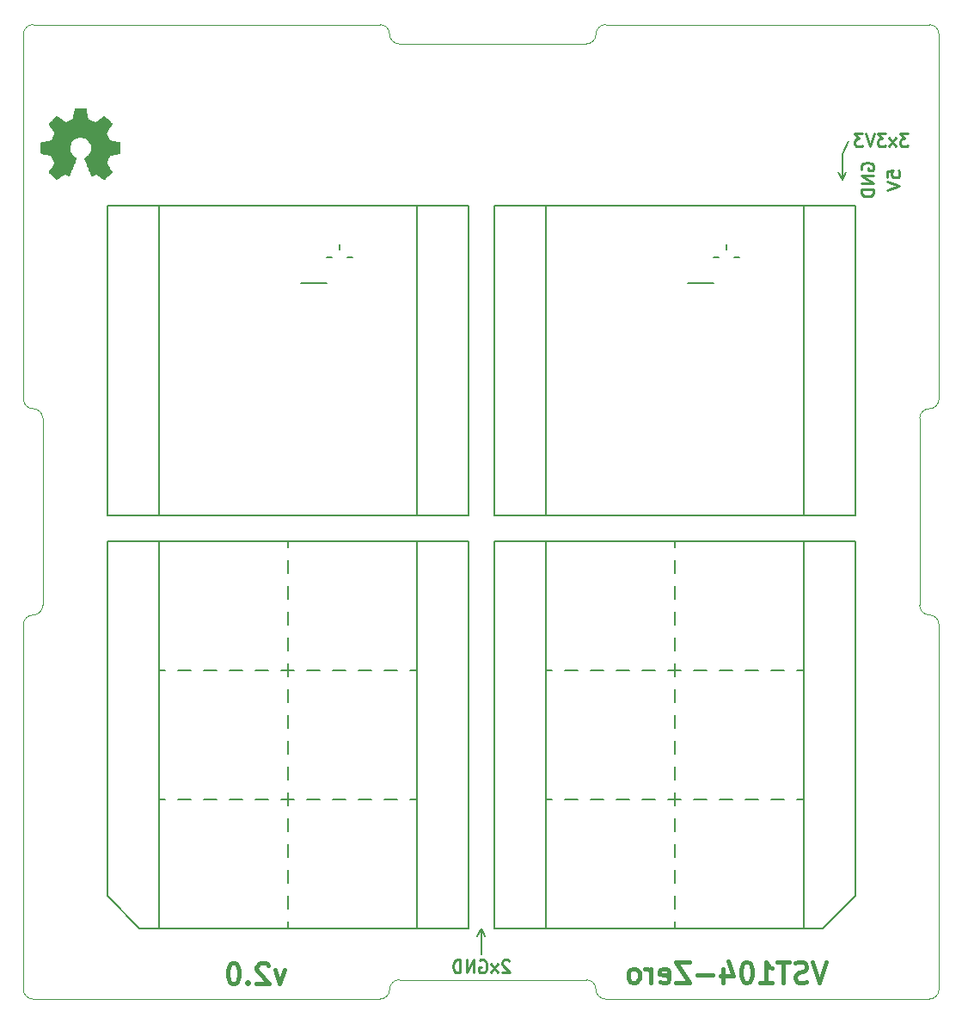
<source format=gbr>
G04 #@! TF.GenerationSoftware,KiCad,Pcbnew,(5.1.6)-1*
G04 #@! TF.CreationDate,2020-08-26T15:25:44+02:00*
G04 #@! TF.ProjectId,board_zero,626f6172-645f-47a6-9572-6f2e6b696361,1.0*
G04 #@! TF.SameCoordinates,PX1903cf0PY6c69e80*
G04 #@! TF.FileFunction,Legend,Bot*
G04 #@! TF.FilePolarity,Positive*
%FSLAX46Y46*%
G04 Gerber Fmt 4.6, Leading zero omitted, Abs format (unit mm)*
G04 Created by KiCad (PCBNEW (5.1.6)-1) date 2020-08-26 15:25:44*
%MOMM*%
%LPD*%
G01*
G04 APERTURE LIST*
%ADD10C,0.400000*%
G04 #@! TA.AperFunction,Profile*
%ADD11C,0.100000*%
G04 #@! TD*
%ADD12C,0.200000*%
%ADD13C,0.010000*%
%ADD14C,0.250000*%
G04 APERTURE END LIST*
D10*
X73944523Y-1444761D02*
X73277857Y-3444761D01*
X72611190Y-1444761D01*
X72039761Y-3349523D02*
X71754047Y-3444761D01*
X71277857Y-3444761D01*
X71087380Y-3349523D01*
X70992142Y-3254285D01*
X70896904Y-3063809D01*
X70896904Y-2873333D01*
X70992142Y-2682857D01*
X71087380Y-2587619D01*
X71277857Y-2492380D01*
X71658809Y-2397142D01*
X71849285Y-2301904D01*
X71944523Y-2206666D01*
X72039761Y-2016190D01*
X72039761Y-1825714D01*
X71944523Y-1635238D01*
X71849285Y-1540000D01*
X71658809Y-1444761D01*
X71182619Y-1444761D01*
X70896904Y-1540000D01*
X70325476Y-1444761D02*
X69182619Y-1444761D01*
X69754047Y-3444761D02*
X69754047Y-1444761D01*
X67468333Y-3444761D02*
X68611190Y-3444761D01*
X68039761Y-3444761D02*
X68039761Y-1444761D01*
X68230238Y-1730476D01*
X68420714Y-1920952D01*
X68611190Y-2016190D01*
X66230238Y-1444761D02*
X66039761Y-1444761D01*
X65849285Y-1540000D01*
X65754047Y-1635238D01*
X65658809Y-1825714D01*
X65563571Y-2206666D01*
X65563571Y-2682857D01*
X65658809Y-3063809D01*
X65754047Y-3254285D01*
X65849285Y-3349523D01*
X66039761Y-3444761D01*
X66230238Y-3444761D01*
X66420714Y-3349523D01*
X66515952Y-3254285D01*
X66611190Y-3063809D01*
X66706428Y-2682857D01*
X66706428Y-2206666D01*
X66611190Y-1825714D01*
X66515952Y-1635238D01*
X66420714Y-1540000D01*
X66230238Y-1444761D01*
X63849285Y-2111428D02*
X63849285Y-3444761D01*
X64325476Y-1349523D02*
X64801666Y-2778095D01*
X63563571Y-2778095D01*
X62801666Y-2682857D02*
X61277857Y-2682857D01*
X60515952Y-1444761D02*
X59182619Y-1444761D01*
X60515952Y-3444761D01*
X59182619Y-3444761D01*
X57658809Y-3349523D02*
X57849285Y-3444761D01*
X58230238Y-3444761D01*
X58420714Y-3349523D01*
X58515952Y-3159047D01*
X58515952Y-2397142D01*
X58420714Y-2206666D01*
X58230238Y-2111428D01*
X57849285Y-2111428D01*
X57658809Y-2206666D01*
X57563571Y-2397142D01*
X57563571Y-2587619D01*
X58515952Y-2778095D01*
X56706428Y-3444761D02*
X56706428Y-2111428D01*
X56706428Y-2492380D02*
X56611190Y-2301904D01*
X56515952Y-2206666D01*
X56325476Y-2111428D01*
X56135000Y-2111428D01*
X55182619Y-3444761D02*
X55373095Y-3349523D01*
X55468333Y-3254285D01*
X55563571Y-3063809D01*
X55563571Y-2492380D01*
X55468333Y-2301904D01*
X55373095Y-2206666D01*
X55182619Y-2111428D01*
X54896904Y-2111428D01*
X54706428Y-2206666D01*
X54611190Y-2301904D01*
X54515952Y-2492380D01*
X54515952Y-3063809D01*
X54611190Y-3254285D01*
X54706428Y-3349523D01*
X54896904Y-3444761D01*
X55182619Y-3444761D01*
X20637142Y-2211428D02*
X20160952Y-3544761D01*
X19684761Y-2211428D01*
X19018095Y-1735238D02*
X18922857Y-1640000D01*
X18732380Y-1544761D01*
X18256190Y-1544761D01*
X18065714Y-1640000D01*
X17970476Y-1735238D01*
X17875238Y-1925714D01*
X17875238Y-2116190D01*
X17970476Y-2401904D01*
X19113333Y-3544761D01*
X17875238Y-3544761D01*
X17018095Y-3354285D02*
X16922857Y-3449523D01*
X17018095Y-3544761D01*
X17113333Y-3449523D01*
X17018095Y-3354285D01*
X17018095Y-3544761D01*
X15684761Y-1544761D02*
X15494285Y-1544761D01*
X15303809Y-1640000D01*
X15208571Y-1735238D01*
X15113333Y-1925714D01*
X15018095Y-2306666D01*
X15018095Y-2782857D01*
X15113333Y-3163809D01*
X15208571Y-3354285D01*
X15303809Y-3449523D01*
X15494285Y-3544761D01*
X15684761Y-3544761D01*
X15875238Y-3449523D01*
X15970476Y-3354285D01*
X16065714Y-3163809D01*
X16160952Y-2782857D01*
X16160952Y-2306666D01*
X16065714Y-1925714D01*
X15970476Y-1735238D01*
X15875238Y-1640000D01*
X15684761Y-1544761D01*
D11*
X52260500Y90805000D02*
G75*
G03*
X51308000Y89852500I0J-952500D01*
G01*
X52260500Y90805000D02*
X84137500Y90805000D01*
X50355500Y88900000D02*
G75*
G03*
X51308000Y89852500I0J952500D01*
G01*
X30988000Y89852500D02*
G75*
G03*
X31940500Y88900000I952500J0D01*
G01*
X31940500Y88900000D02*
X50355500Y88900000D01*
X-4127500Y90805000D02*
X30035500Y90805000D01*
X30988000Y89852500D02*
G75*
G03*
X30035500Y90805000I-952500J0D01*
G01*
X52260500Y-5080000D02*
X84137500Y-5080000D01*
X31940500Y-3175000D02*
X50355500Y-3175000D01*
X-4127500Y-5080000D02*
X30035500Y-5080000D01*
X52260500Y-5080000D02*
G75*
G02*
X51308000Y-4127500I0J952500D01*
G01*
X50355500Y-3175000D02*
G75*
G02*
X51308000Y-4127500I0J-952500D01*
G01*
X30988000Y-4127500D02*
G75*
G02*
X31940500Y-3175000I952500J0D01*
G01*
X30988000Y-4127500D02*
G75*
G02*
X30035500Y-5080000I-952500J0D01*
G01*
X84137500Y53009800D02*
G75*
G03*
X83185000Y52057300I0J-952500D01*
G01*
X85090000Y89852500D02*
X85090000Y53962300D01*
X83185000Y52057300D02*
X83185000Y33667700D01*
X85090000Y31762700D02*
X85090000Y-4127500D01*
X83185000Y33667700D02*
G75*
G03*
X84137500Y32715200I952500J0D01*
G01*
X85090000Y31762700D02*
G75*
G03*
X84137500Y32715200I-952500J0D01*
G01*
X84137500Y53009800D02*
G75*
G03*
X85090000Y53962300I0J952500D01*
G01*
X85090000Y-4127500D02*
G75*
G02*
X84137500Y-5080000I-952500J0D01*
G01*
X84137500Y90805000D02*
G75*
G02*
X85090000Y89852500I0J-952500D01*
G01*
X-5080000Y31762700D02*
X-5080000Y-4127500D01*
X-5080000Y89852500D02*
X-5080000Y53962300D01*
X-5080000Y89852500D02*
G75*
G02*
X-4127500Y90805000I952500J0D01*
G01*
X-3175000Y52057300D02*
X-3175000Y33667700D01*
X-4127500Y53009800D02*
G75*
G02*
X-5080000Y53962300I0J952500D01*
G01*
X-4127500Y53009800D02*
G75*
G02*
X-3175000Y52057300I0J-952500D01*
G01*
X-3175000Y33667700D02*
G75*
G02*
X-4127500Y32715200I-952500J0D01*
G01*
X-5080000Y31762700D02*
G75*
G02*
X-4127500Y32715200I952500J0D01*
G01*
X-4127500Y-5080000D02*
G75*
G02*
X-5080000Y-4127500I0J952500D01*
G01*
D12*
G04 #@! TO.C,J1*
X40005000Y1905000D02*
X40005000Y-635000D01*
X40005000Y1905000D02*
X40386000Y1143000D01*
X40005000Y1905000D02*
X39624000Y1143000D01*
X75565000Y75565000D02*
X75184000Y76327000D01*
X75565000Y75565000D02*
X75565000Y78105000D01*
X75565000Y75565000D02*
X75946000Y76327000D01*
X75565000Y78105000D02*
X76200000Y79375000D01*
X59055000Y34290000D02*
X59055000Y35560000D01*
X76835000Y5080000D02*
X76835000Y40005000D01*
X41275000Y40005000D02*
X41275000Y1905000D01*
X59055000Y29210000D02*
X59055000Y30480000D01*
X59055000Y24130000D02*
X59055000Y25400000D01*
X59055000Y19050000D02*
X59055000Y20320000D01*
X59055000Y6350000D02*
X59055000Y7620000D01*
X3175000Y22225000D02*
X3175000Y5080000D01*
X41275000Y40005000D02*
X76835000Y40005000D01*
X76835000Y73025000D02*
X76835000Y42545000D01*
X59055000Y31750000D02*
X59055000Y33020000D01*
X59055000Y11430000D02*
X59055000Y12700000D01*
X59055000Y1905000D02*
X59055000Y2540000D01*
X59055000Y26670000D02*
X59055000Y27940000D01*
X59055000Y16510000D02*
X59055000Y17780000D01*
X46355000Y14605000D02*
X46990000Y14605000D01*
X53340000Y14605000D02*
X54610000Y14605000D01*
X41275000Y73025000D02*
X41275000Y42545000D01*
X59055000Y13970000D02*
X59055000Y15240000D01*
X59055000Y3810000D02*
X59055000Y5080000D01*
X50800000Y14605000D02*
X52070000Y14605000D01*
X55880000Y14605000D02*
X57150000Y14605000D01*
X73660000Y1905000D02*
X41275000Y1905000D01*
X48260000Y14605000D02*
X49530000Y14605000D01*
X58420000Y14605000D02*
X59690000Y14605000D01*
X64770000Y14605000D02*
X63500000Y14605000D01*
X59055000Y36830000D02*
X59055000Y38100000D01*
X71755000Y42545000D02*
X71755000Y73025000D01*
X76835000Y73025000D02*
X41275000Y73025000D01*
X69850000Y14605000D02*
X68580000Y14605000D01*
X71755000Y14605000D02*
X71120000Y14605000D01*
X67310000Y14605000D02*
X66040000Y14605000D01*
X46355000Y27305000D02*
X46990000Y27305000D01*
X59055000Y21590000D02*
X59055000Y22860000D01*
X62230000Y14605000D02*
X60960000Y14605000D01*
X46355000Y73025000D02*
X46355000Y42545000D01*
X59055000Y8890000D02*
X59055000Y10160000D01*
X50800000Y27305000D02*
X52070000Y27305000D01*
X73660000Y1905000D02*
X76835000Y5080000D01*
X20955000Y13970000D02*
X20955000Y15240000D01*
X67310000Y27305000D02*
X66040000Y27305000D01*
X6350000Y1905000D02*
X38735000Y1905000D01*
X71755000Y27305000D02*
X71120000Y27305000D01*
X20955000Y34290000D02*
X20955000Y35560000D01*
X20955000Y21590000D02*
X20955000Y22860000D01*
X24130000Y27305000D02*
X22860000Y27305000D01*
X31750000Y27305000D02*
X30480000Y27305000D01*
X33655000Y1905000D02*
X33655000Y40005000D01*
X20955000Y31750000D02*
X20955000Y33020000D01*
X20955000Y8890000D02*
X20955000Y10160000D01*
X3175000Y73025000D02*
X3175000Y42545000D01*
X8255000Y1905000D02*
X8255000Y40005000D01*
X48260000Y27305000D02*
X49530000Y27305000D01*
X20955000Y19050000D02*
X20955000Y20320000D01*
X71755000Y1905000D02*
X71755000Y40005000D01*
X6350000Y1905000D02*
X3175000Y5080000D01*
X69850000Y27305000D02*
X68580000Y27305000D01*
X59055000Y40005000D02*
X59055000Y39370000D01*
X20955000Y36830000D02*
X20955000Y38100000D01*
X62230000Y27305000D02*
X60960000Y27305000D01*
X55880000Y27305000D02*
X57150000Y27305000D01*
X20955000Y40005000D02*
X20955000Y39370000D01*
X20955000Y26670000D02*
X20955000Y27940000D01*
X20955000Y24130000D02*
X20955000Y25400000D01*
X29210000Y27305000D02*
X27940000Y27305000D01*
X8255000Y27305000D02*
X8890000Y27305000D01*
X3175000Y5080000D02*
X3175000Y40005000D01*
X10160000Y27305000D02*
X11430000Y27305000D01*
X38735000Y42545000D02*
X3175000Y42545000D01*
X20955000Y29210000D02*
X20955000Y30480000D01*
X53340000Y27305000D02*
X54610000Y27305000D01*
X3175000Y73025000D02*
X38735000Y73025000D01*
X64770000Y27305000D02*
X63500000Y27305000D01*
X8255000Y14605000D02*
X8890000Y14605000D01*
X20955000Y16510000D02*
X20955000Y17780000D01*
X17780000Y27305000D02*
X19050000Y27305000D01*
X17780000Y14605000D02*
X19050000Y14605000D01*
X20955000Y3810000D02*
X20955000Y5080000D01*
X46355000Y1905000D02*
X46355000Y40005000D01*
X41275000Y42545000D02*
X76835000Y42545000D01*
X58420000Y27305000D02*
X59690000Y27305000D01*
X38735000Y40005000D02*
X3175000Y40005000D01*
X20955000Y11430000D02*
X20955000Y12700000D01*
X33655000Y27305000D02*
X33020000Y27305000D01*
X24130000Y14605000D02*
X22860000Y14605000D01*
X31750000Y14605000D02*
X30480000Y14605000D01*
X21590000Y14605000D02*
X20320000Y14605000D01*
X8255000Y73025000D02*
X8255000Y42545000D01*
X20955000Y6350000D02*
X20955000Y7620000D01*
X29210000Y14605000D02*
X27940000Y14605000D01*
X26670000Y14605000D02*
X25400000Y14605000D01*
X38735000Y40005000D02*
X38735000Y1905000D01*
X33655000Y14605000D02*
X33020000Y14605000D01*
X21590000Y27305000D02*
X20320000Y27305000D01*
X10160000Y14605000D02*
X11430000Y14605000D01*
X15240000Y14605000D02*
X16510000Y14605000D01*
X12700000Y27305000D02*
X13970000Y27305000D01*
X20955000Y1905000D02*
X20955000Y2540000D01*
X26670000Y27305000D02*
X25400000Y27305000D01*
X12700000Y14605000D02*
X13970000Y14605000D01*
X38735000Y73025000D02*
X38735000Y42545000D01*
X33655000Y42545000D02*
X33655000Y73025000D01*
X15240000Y27305000D02*
X16510000Y27305000D01*
G04 #@! TO.C,U4*
X63373000Y67945000D02*
X62865000Y67945000D01*
X65405000Y67945000D02*
X64897000Y67945000D01*
X64135000Y69215000D02*
X64135000Y68707000D01*
X62865000Y65405000D02*
X60325000Y65405000D01*
G04 #@! TO.C,U3*
X25273000Y67945000D02*
X24765000Y67945000D01*
X27305000Y67945000D02*
X26797000Y67945000D01*
X26035000Y69215000D02*
X26035000Y68707000D01*
X24765000Y65405000D02*
X22225000Y65405000D01*
D13*
G04 #@! TO.C,G\u002A\u002A\u002A*
G36*
X374630Y82567210D02*
G01*
X262277Y82566531D01*
X172192Y82565324D01*
X102415Y82563529D01*
X50989Y82561083D01*
X15957Y82557925D01*
X-4641Y82553994D01*
X-11136Y82551057D01*
X-18368Y82539452D01*
X-27390Y82513232D01*
X-38585Y82470672D01*
X-52332Y82410045D01*
X-69013Y82329625D01*
X-89009Y82227686D01*
X-112702Y82102501D01*
X-126059Y82030618D01*
X-152961Y81886996D01*
X-176004Y81768076D01*
X-195443Y81672700D01*
X-211530Y81599710D01*
X-224518Y81547947D01*
X-234661Y81516253D01*
X-241055Y81504404D01*
X-258019Y81494350D01*
X-295493Y81476289D01*
X-349627Y81451821D01*
X-416571Y81422545D01*
X-492478Y81390064D01*
X-573496Y81355976D01*
X-655777Y81321883D01*
X-735471Y81289385D01*
X-808728Y81260082D01*
X-871700Y81235574D01*
X-920537Y81217463D01*
X-951389Y81207348D01*
X-959344Y81205773D01*
X-973944Y81212960D01*
X-1007658Y81233463D01*
X-1058073Y81265696D01*
X-1122771Y81308072D01*
X-1199337Y81359004D01*
X-1285356Y81416907D01*
X-1378411Y81480192D01*
X-1407879Y81500361D01*
X-1502301Y81564893D01*
X-1590110Y81624541D01*
X-1668939Y81677726D01*
X-1736422Y81722867D01*
X-1790192Y81758382D01*
X-1827883Y81782693D01*
X-1847128Y81794218D01*
X-1848991Y81794948D01*
X-1862211Y81785942D01*
X-1890927Y81760535D01*
X-1932769Y81721140D01*
X-1985364Y81670173D01*
X-2046343Y81610049D01*
X-2113334Y81543183D01*
X-2183967Y81471988D01*
X-2255869Y81398881D01*
X-2326672Y81326275D01*
X-2394002Y81256586D01*
X-2455490Y81192229D01*
X-2508765Y81135618D01*
X-2551455Y81089168D01*
X-2581189Y81055293D01*
X-2595597Y81036410D01*
X-2596534Y81033585D01*
X-2587730Y81019141D01*
X-2565731Y80985607D01*
X-2532207Y80935453D01*
X-2488823Y80871150D01*
X-2437248Y80795169D01*
X-2379150Y80709978D01*
X-2316194Y80618049D01*
X-2306597Y80604066D01*
X-2243226Y80511144D01*
X-2184808Y80424276D01*
X-2132969Y80345975D01*
X-2089338Y80278754D01*
X-2055542Y80225125D01*
X-2033210Y80187602D01*
X-2023971Y80168695D01*
X-2023814Y80167648D01*
X-2028934Y80148142D01*
X-2043210Y80108565D01*
X-2065017Y80052707D01*
X-2092731Y79984361D01*
X-2124728Y79907318D01*
X-2159383Y79825370D01*
X-2195071Y79742309D01*
X-2230168Y79661927D01*
X-2263049Y79588014D01*
X-2292089Y79524364D01*
X-2315665Y79474767D01*
X-2332151Y79443015D01*
X-2338230Y79433810D01*
X-2350208Y79426189D01*
X-2374118Y79417342D01*
X-2412010Y79406809D01*
X-2465932Y79394129D01*
X-2537933Y79378842D01*
X-2630062Y79360488D01*
X-2744367Y79338607D01*
X-2850187Y79318804D01*
X-2985754Y79293341D01*
X-3097213Y79271759D01*
X-3186295Y79253673D01*
X-3254727Y79238699D01*
X-3304240Y79226450D01*
X-3336561Y79216543D01*
X-3353420Y79208592D01*
X-3356005Y79206176D01*
X-3360461Y79193764D01*
X-3364104Y79168165D01*
X-3366997Y79127422D01*
X-3369200Y79069576D01*
X-3370775Y78992671D01*
X-3371783Y78894748D01*
X-3372286Y78773849D01*
X-3372371Y78683845D01*
X-3372264Y78554332D01*
X-3371877Y78448531D01*
X-3371112Y78363968D01*
X-3369873Y78298171D01*
X-3368061Y78248665D01*
X-3365579Y78212979D01*
X-3362329Y78188638D01*
X-3358213Y78173169D01*
X-3353134Y78164100D01*
X-3351797Y78162636D01*
X-3332379Y78146247D01*
X-3323598Y78142062D01*
X-3309411Y78139755D01*
X-3272408Y78133192D01*
X-3215514Y78122905D01*
X-3141657Y78109430D01*
X-3053763Y78093299D01*
X-2954759Y78075047D01*
X-2849920Y78055643D01*
X-2711794Y78029653D01*
X-2598382Y78007461D01*
X-2508529Y77988812D01*
X-2441080Y77973450D01*
X-2394879Y77961117D01*
X-2368772Y77951559D01*
X-2362780Y77947627D01*
X-2352698Y77930199D01*
X-2334801Y77892024D01*
X-2310584Y77836829D01*
X-2281544Y77768341D01*
X-2249176Y77690287D01*
X-2214976Y77606393D01*
X-2180442Y77520386D01*
X-2147068Y77435994D01*
X-2116352Y77356943D01*
X-2089789Y77286961D01*
X-2068875Y77229773D01*
X-2055107Y77189108D01*
X-2049980Y77168691D01*
X-2049975Y77168422D01*
X-2057178Y77152338D01*
X-2077667Y77117331D01*
X-2109778Y77065979D01*
X-2151846Y77000856D01*
X-2202208Y76924541D01*
X-2259199Y76839608D01*
X-2320416Y76749713D01*
X-2382445Y76658933D01*
X-2439736Y76574442D01*
X-2490595Y76498787D01*
X-2533329Y76434516D01*
X-2566244Y76384175D01*
X-2587647Y76350311D01*
X-2595832Y76335518D01*
X-2587935Y76321130D01*
X-2562170Y76289765D01*
X-2519589Y76242547D01*
X-2461247Y76180601D01*
X-2388195Y76105051D01*
X-2301488Y76017021D01*
X-2235161Y75950501D01*
X-2141137Y75856856D01*
X-2063686Y75780341D01*
X-2001062Y75719374D01*
X-1951518Y75672376D01*
X-1913307Y75637765D01*
X-1884684Y75613961D01*
X-1863901Y75599383D01*
X-1849211Y75592450D01*
X-1838870Y75591582D01*
X-1838636Y75591627D01*
X-1820778Y75600352D01*
X-1784189Y75622267D01*
X-1731614Y75655586D01*
X-1665801Y75698525D01*
X-1589497Y75749295D01*
X-1505449Y75806110D01*
X-1441697Y75849747D01*
X-1354011Y75909972D01*
X-1272444Y75965791D01*
X-1199694Y76015377D01*
X-1138456Y76056898D01*
X-1091427Y76088526D01*
X-1061303Y76108430D01*
X-1051577Y76114485D01*
X-1041447Y76117805D01*
X-1027493Y76117151D01*
X-1006935Y76111287D01*
X-976994Y76098974D01*
X-934892Y76078974D01*
X-877849Y76050050D01*
X-803085Y76010964D01*
X-718316Y75966057D01*
X-674727Y75943825D01*
X-647598Y75933418D01*
X-630813Y75933397D01*
X-618255Y75942323D01*
X-618110Y75942474D01*
X-609666Y75958053D01*
X-592416Y75995466D01*
X-567360Y76052290D01*
X-535498Y76126106D01*
X-497829Y76214494D01*
X-455354Y76315031D01*
X-409071Y76425298D01*
X-359981Y76542873D01*
X-309084Y76665337D01*
X-257380Y76790269D01*
X-205867Y76915247D01*
X-155547Y77037852D01*
X-107419Y77155662D01*
X-62482Y77266256D01*
X-21737Y77367215D01*
X13817Y77456118D01*
X43179Y77530543D01*
X65351Y77588070D01*
X79332Y77626279D01*
X84124Y77642682D01*
X72729Y77666326D01*
X37857Y77695992D01*
X8840Y77714900D01*
X-141970Y77820490D01*
X-270933Y77938943D01*
X-377497Y78069390D01*
X-461108Y78210967D01*
X-521213Y78362807D01*
X-557259Y78524042D01*
X-566614Y78616178D01*
X-564214Y78784487D01*
X-537212Y78946169D01*
X-486780Y79099226D01*
X-414090Y79241661D01*
X-320312Y79371473D01*
X-206620Y79486667D01*
X-74184Y79585244D01*
X38299Y79647827D01*
X161517Y79700607D01*
X278640Y79734806D01*
X399496Y79752628D01*
X522732Y79756450D01*
X689742Y79741795D01*
X848925Y79702916D01*
X998248Y79641125D01*
X1135679Y79557733D01*
X1259187Y79454053D01*
X1366740Y79331396D01*
X1456306Y79191075D01*
X1484135Y79135679D01*
X1524561Y79042101D01*
X1552654Y78957027D01*
X1570222Y78871810D01*
X1579076Y78777801D01*
X1581061Y78672319D01*
X1579814Y78594119D01*
X1576345Y78533723D01*
X1569614Y78482776D01*
X1558580Y78432924D01*
X1545532Y78386799D01*
X1492778Y78242535D01*
X1424551Y78112994D01*
X1338395Y77994992D01*
X1231856Y77885343D01*
X1102480Y77780862D01*
X1050131Y77744098D01*
X1002427Y77710633D01*
X963341Y77681217D01*
X937751Y77659641D01*
X930419Y77651080D01*
X933807Y77635600D01*
X946211Y77598917D01*
X966507Y77543972D01*
X993568Y77473702D01*
X1026268Y77391047D01*
X1063480Y77298947D01*
X1091480Y77230745D01*
X1139993Y77113285D01*
X1195489Y76978842D01*
X1254985Y76834647D01*
X1315498Y76687934D01*
X1374044Y76545932D01*
X1427640Y76415874D01*
X1440570Y76384486D01*
X1495289Y76252930D01*
X1541970Y76143429D01*
X1580394Y76056472D01*
X1610339Y75992546D01*
X1631583Y75952137D01*
X1643905Y75935735D01*
X1644480Y75935480D01*
X1664218Y75938897D01*
X1703164Y75954111D01*
X1757962Y75979627D01*
X1825260Y76013948D01*
X1849726Y76026999D01*
X1912793Y76060615D01*
X1967958Y76089321D01*
X2011043Y76110999D01*
X2037871Y76123528D01*
X2044461Y76125773D01*
X2057526Y76118611D01*
X2089652Y76098229D01*
X2138352Y76066286D01*
X2201137Y76024440D01*
X2275519Y75974347D01*
X2359011Y75917668D01*
X2447212Y75857371D01*
X2537899Y75795666D01*
X2622640Y75738961D01*
X2698826Y75688928D01*
X2763849Y75647241D01*
X2815101Y75615572D01*
X2849975Y75595595D01*
X2865612Y75588969D01*
X2883332Y75598571D01*
X2918773Y75627342D01*
X2971874Y75675224D01*
X3042576Y75742162D01*
X3130818Y75828102D01*
X3236542Y75932986D01*
X3249393Y75945835D01*
X3353949Y76051157D01*
X3440811Y76140193D01*
X3509699Y76212640D01*
X3560332Y76268197D01*
X3592429Y76306561D01*
X3605709Y76327430D01*
X3606082Y76329457D01*
X3598878Y76346111D01*
X3578381Y76381647D01*
X3546264Y76433459D01*
X3504198Y76498942D01*
X3453859Y76575490D01*
X3396917Y76660499D01*
X3337680Y76747521D01*
X3269271Y76848084D01*
X3208790Y76938646D01*
X3157530Y77017180D01*
X3116780Y77081660D01*
X3087831Y77130059D01*
X3071973Y77160351D01*
X3069278Y77169003D01*
X3074131Y77189942D01*
X3087687Y77231138D01*
X3108445Y77288842D01*
X3134902Y77359300D01*
X3165556Y77438761D01*
X3198904Y77523472D01*
X3233443Y77609681D01*
X3267673Y77693637D01*
X3300090Y77771588D01*
X3329192Y77839781D01*
X3353476Y77894465D01*
X3371440Y77931888D01*
X3381168Y77947920D01*
X3397145Y77956075D01*
X3431852Y77966716D01*
X3486554Y77980119D01*
X3562518Y77996565D01*
X3661010Y78016332D01*
X3783296Y78039700D01*
X3874484Y78056647D01*
X4000493Y78080032D01*
X4103127Y78099526D01*
X4184819Y78115688D01*
X4247999Y78129078D01*
X4295098Y78140254D01*
X4328547Y78149777D01*
X4350776Y78158206D01*
X4364217Y78166101D01*
X4368737Y78170409D01*
X4374656Y78179141D01*
X4379465Y78191754D01*
X4383279Y78210826D01*
X4386212Y78238938D01*
X4388375Y78278667D01*
X4389884Y78332593D01*
X4390852Y78403296D01*
X4391392Y78493353D01*
X4391618Y78605343D01*
X4391649Y78690907D01*
X4391433Y78826468D01*
X4390742Y78937816D01*
X4389514Y79026921D01*
X4387687Y79095751D01*
X4385197Y79146275D01*
X4381983Y79180463D01*
X4377981Y79200283D01*
X4375283Y79205960D01*
X4363013Y79213441D01*
X4335230Y79222803D01*
X4290246Y79234421D01*
X4226369Y79248670D01*
X4141909Y79265924D01*
X4035176Y79286558D01*
X3904480Y79310946D01*
X3887577Y79314056D01*
X3778445Y79334298D01*
X3676328Y79353595D01*
X3584370Y79371328D01*
X3505712Y79386875D01*
X3443496Y79399616D01*
X3400862Y79408931D01*
X3381197Y79414101D01*
X3369829Y79420660D01*
X3357656Y79433321D01*
X3343361Y79454674D01*
X3325627Y79487309D01*
X3303135Y79533816D01*
X3274569Y79596786D01*
X3238611Y79678809D01*
X3194625Y79780882D01*
X3155960Y79872100D01*
X3120935Y79956757D01*
X3090859Y80031529D01*
X3067039Y80093092D01*
X3050783Y80138122D01*
X3043399Y80163294D01*
X3043093Y80166036D01*
X3050681Y80185909D01*
X3072950Y80225778D01*
X3109156Y80284480D01*
X3158557Y80360850D01*
X3220408Y80453725D01*
X3293968Y80561940D01*
X3320354Y80600337D01*
X3383418Y80692553D01*
X3441717Y80779082D01*
X3493559Y80857316D01*
X3537254Y80924647D01*
X3571110Y80978468D01*
X3593436Y81016172D01*
X3602541Y81035150D01*
X3602620Y81035567D01*
X3601700Y81046140D01*
X3595060Y81060656D01*
X3581097Y81080880D01*
X3558205Y81108576D01*
X3524783Y81145512D01*
X3479225Y81193451D01*
X3419929Y81254160D01*
X3345290Y81329403D01*
X3253705Y81420946D01*
X3241217Y81433393D01*
X3134575Y81539022D01*
X3045547Y81625824D01*
X2973837Y81694075D01*
X2919147Y81744050D01*
X2881180Y81776024D01*
X2859640Y81790271D01*
X2855219Y81790970D01*
X2840378Y81782087D01*
X2806446Y81759977D01*
X2755878Y81726295D01*
X2691131Y81682696D01*
X2614659Y81630835D01*
X2528918Y81572366D01*
X2436363Y81508945D01*
X2415506Y81494613D01*
X2321869Y81430575D01*
X2234487Y81371466D01*
X2155812Y81318894D01*
X2088292Y81274468D01*
X2034377Y81239796D01*
X1996517Y81216486D01*
X1977161Y81206147D01*
X1975608Y81205773D01*
X1958351Y81210566D01*
X1920516Y81224024D01*
X1865710Y81244766D01*
X1797537Y81271411D01*
X1719602Y81302578D01*
X1664798Y81324860D01*
X1554027Y81370209D01*
X1465039Y81406772D01*
X1395382Y81435670D01*
X1342601Y81458026D01*
X1304242Y81474964D01*
X1277852Y81487605D01*
X1260976Y81497073D01*
X1251161Y81504490D01*
X1245953Y81510980D01*
X1242897Y81517663D01*
X1242790Y81517936D01*
X1238980Y81534154D01*
X1231049Y81572641D01*
X1219657Y81629921D01*
X1205465Y81702518D01*
X1189132Y81786955D01*
X1171318Y81879756D01*
X1152683Y81977445D01*
X1133885Y82076545D01*
X1115586Y82173580D01*
X1098445Y82265074D01*
X1083122Y82347550D01*
X1070276Y82417533D01*
X1060568Y82471545D01*
X1054656Y82506110D01*
X1053104Y82517389D01*
X1044784Y82532713D01*
X1032415Y82546848D01*
X1024486Y82552166D01*
X1010735Y82556498D01*
X988691Y82559942D01*
X955880Y82562595D01*
X909828Y82564555D01*
X848062Y82565920D01*
X768110Y82566787D01*
X667498Y82567253D01*
X543752Y82567417D01*
X511206Y82567422D01*
X374630Y82567210D01*
G37*
X374630Y82567210D02*
X262277Y82566531D01*
X172192Y82565324D01*
X102415Y82563529D01*
X50989Y82561083D01*
X15957Y82557925D01*
X-4641Y82553994D01*
X-11136Y82551057D01*
X-18368Y82539452D01*
X-27390Y82513232D01*
X-38585Y82470672D01*
X-52332Y82410045D01*
X-69013Y82329625D01*
X-89009Y82227686D01*
X-112702Y82102501D01*
X-126059Y82030618D01*
X-152961Y81886996D01*
X-176004Y81768076D01*
X-195443Y81672700D01*
X-211530Y81599710D01*
X-224518Y81547947D01*
X-234661Y81516253D01*
X-241055Y81504404D01*
X-258019Y81494350D01*
X-295493Y81476289D01*
X-349627Y81451821D01*
X-416571Y81422545D01*
X-492478Y81390064D01*
X-573496Y81355976D01*
X-655777Y81321883D01*
X-735471Y81289385D01*
X-808728Y81260082D01*
X-871700Y81235574D01*
X-920537Y81217463D01*
X-951389Y81207348D01*
X-959344Y81205773D01*
X-973944Y81212960D01*
X-1007658Y81233463D01*
X-1058073Y81265696D01*
X-1122771Y81308072D01*
X-1199337Y81359004D01*
X-1285356Y81416907D01*
X-1378411Y81480192D01*
X-1407879Y81500361D01*
X-1502301Y81564893D01*
X-1590110Y81624541D01*
X-1668939Y81677726D01*
X-1736422Y81722867D01*
X-1790192Y81758382D01*
X-1827883Y81782693D01*
X-1847128Y81794218D01*
X-1848991Y81794948D01*
X-1862211Y81785942D01*
X-1890927Y81760535D01*
X-1932769Y81721140D01*
X-1985364Y81670173D01*
X-2046343Y81610049D01*
X-2113334Y81543183D01*
X-2183967Y81471988D01*
X-2255869Y81398881D01*
X-2326672Y81326275D01*
X-2394002Y81256586D01*
X-2455490Y81192229D01*
X-2508765Y81135618D01*
X-2551455Y81089168D01*
X-2581189Y81055293D01*
X-2595597Y81036410D01*
X-2596534Y81033585D01*
X-2587730Y81019141D01*
X-2565731Y80985607D01*
X-2532207Y80935453D01*
X-2488823Y80871150D01*
X-2437248Y80795169D01*
X-2379150Y80709978D01*
X-2316194Y80618049D01*
X-2306597Y80604066D01*
X-2243226Y80511144D01*
X-2184808Y80424276D01*
X-2132969Y80345975D01*
X-2089338Y80278754D01*
X-2055542Y80225125D01*
X-2033210Y80187602D01*
X-2023971Y80168695D01*
X-2023814Y80167648D01*
X-2028934Y80148142D01*
X-2043210Y80108565D01*
X-2065017Y80052707D01*
X-2092731Y79984361D01*
X-2124728Y79907318D01*
X-2159383Y79825370D01*
X-2195071Y79742309D01*
X-2230168Y79661927D01*
X-2263049Y79588014D01*
X-2292089Y79524364D01*
X-2315665Y79474767D01*
X-2332151Y79443015D01*
X-2338230Y79433810D01*
X-2350208Y79426189D01*
X-2374118Y79417342D01*
X-2412010Y79406809D01*
X-2465932Y79394129D01*
X-2537933Y79378842D01*
X-2630062Y79360488D01*
X-2744367Y79338607D01*
X-2850187Y79318804D01*
X-2985754Y79293341D01*
X-3097213Y79271759D01*
X-3186295Y79253673D01*
X-3254727Y79238699D01*
X-3304240Y79226450D01*
X-3336561Y79216543D01*
X-3353420Y79208592D01*
X-3356005Y79206176D01*
X-3360461Y79193764D01*
X-3364104Y79168165D01*
X-3366997Y79127422D01*
X-3369200Y79069576D01*
X-3370775Y78992671D01*
X-3371783Y78894748D01*
X-3372286Y78773849D01*
X-3372371Y78683845D01*
X-3372264Y78554332D01*
X-3371877Y78448531D01*
X-3371112Y78363968D01*
X-3369873Y78298171D01*
X-3368061Y78248665D01*
X-3365579Y78212979D01*
X-3362329Y78188638D01*
X-3358213Y78173169D01*
X-3353134Y78164100D01*
X-3351797Y78162636D01*
X-3332379Y78146247D01*
X-3323598Y78142062D01*
X-3309411Y78139755D01*
X-3272408Y78133192D01*
X-3215514Y78122905D01*
X-3141657Y78109430D01*
X-3053763Y78093299D01*
X-2954759Y78075047D01*
X-2849920Y78055643D01*
X-2711794Y78029653D01*
X-2598382Y78007461D01*
X-2508529Y77988812D01*
X-2441080Y77973450D01*
X-2394879Y77961117D01*
X-2368772Y77951559D01*
X-2362780Y77947627D01*
X-2352698Y77930199D01*
X-2334801Y77892024D01*
X-2310584Y77836829D01*
X-2281544Y77768341D01*
X-2249176Y77690287D01*
X-2214976Y77606393D01*
X-2180442Y77520386D01*
X-2147068Y77435994D01*
X-2116352Y77356943D01*
X-2089789Y77286961D01*
X-2068875Y77229773D01*
X-2055107Y77189108D01*
X-2049980Y77168691D01*
X-2049975Y77168422D01*
X-2057178Y77152338D01*
X-2077667Y77117331D01*
X-2109778Y77065979D01*
X-2151846Y77000856D01*
X-2202208Y76924541D01*
X-2259199Y76839608D01*
X-2320416Y76749713D01*
X-2382445Y76658933D01*
X-2439736Y76574442D01*
X-2490595Y76498787D01*
X-2533329Y76434516D01*
X-2566244Y76384175D01*
X-2587647Y76350311D01*
X-2595832Y76335518D01*
X-2587935Y76321130D01*
X-2562170Y76289765D01*
X-2519589Y76242547D01*
X-2461247Y76180601D01*
X-2388195Y76105051D01*
X-2301488Y76017021D01*
X-2235161Y75950501D01*
X-2141137Y75856856D01*
X-2063686Y75780341D01*
X-2001062Y75719374D01*
X-1951518Y75672376D01*
X-1913307Y75637765D01*
X-1884684Y75613961D01*
X-1863901Y75599383D01*
X-1849211Y75592450D01*
X-1838870Y75591582D01*
X-1838636Y75591627D01*
X-1820778Y75600352D01*
X-1784189Y75622267D01*
X-1731614Y75655586D01*
X-1665801Y75698525D01*
X-1589497Y75749295D01*
X-1505449Y75806110D01*
X-1441697Y75849747D01*
X-1354011Y75909972D01*
X-1272444Y75965791D01*
X-1199694Y76015377D01*
X-1138456Y76056898D01*
X-1091427Y76088526D01*
X-1061303Y76108430D01*
X-1051577Y76114485D01*
X-1041447Y76117805D01*
X-1027493Y76117151D01*
X-1006935Y76111287D01*
X-976994Y76098974D01*
X-934892Y76078974D01*
X-877849Y76050050D01*
X-803085Y76010964D01*
X-718316Y75966057D01*
X-674727Y75943825D01*
X-647598Y75933418D01*
X-630813Y75933397D01*
X-618255Y75942323D01*
X-618110Y75942474D01*
X-609666Y75958053D01*
X-592416Y75995466D01*
X-567360Y76052290D01*
X-535498Y76126106D01*
X-497829Y76214494D01*
X-455354Y76315031D01*
X-409071Y76425298D01*
X-359981Y76542873D01*
X-309084Y76665337D01*
X-257380Y76790269D01*
X-205867Y76915247D01*
X-155547Y77037852D01*
X-107419Y77155662D01*
X-62482Y77266256D01*
X-21737Y77367215D01*
X13817Y77456118D01*
X43179Y77530543D01*
X65351Y77588070D01*
X79332Y77626279D01*
X84124Y77642682D01*
X72729Y77666326D01*
X37857Y77695992D01*
X8840Y77714900D01*
X-141970Y77820490D01*
X-270933Y77938943D01*
X-377497Y78069390D01*
X-461108Y78210967D01*
X-521213Y78362807D01*
X-557259Y78524042D01*
X-566614Y78616178D01*
X-564214Y78784487D01*
X-537212Y78946169D01*
X-486780Y79099226D01*
X-414090Y79241661D01*
X-320312Y79371473D01*
X-206620Y79486667D01*
X-74184Y79585244D01*
X38299Y79647827D01*
X161517Y79700607D01*
X278640Y79734806D01*
X399496Y79752628D01*
X522732Y79756450D01*
X689742Y79741795D01*
X848925Y79702916D01*
X998248Y79641125D01*
X1135679Y79557733D01*
X1259187Y79454053D01*
X1366740Y79331396D01*
X1456306Y79191075D01*
X1484135Y79135679D01*
X1524561Y79042101D01*
X1552654Y78957027D01*
X1570222Y78871810D01*
X1579076Y78777801D01*
X1581061Y78672319D01*
X1579814Y78594119D01*
X1576345Y78533723D01*
X1569614Y78482776D01*
X1558580Y78432924D01*
X1545532Y78386799D01*
X1492778Y78242535D01*
X1424551Y78112994D01*
X1338395Y77994992D01*
X1231856Y77885343D01*
X1102480Y77780862D01*
X1050131Y77744098D01*
X1002427Y77710633D01*
X963341Y77681217D01*
X937751Y77659641D01*
X930419Y77651080D01*
X933807Y77635600D01*
X946211Y77598917D01*
X966507Y77543972D01*
X993568Y77473702D01*
X1026268Y77391047D01*
X1063480Y77298947D01*
X1091480Y77230745D01*
X1139993Y77113285D01*
X1195489Y76978842D01*
X1254985Y76834647D01*
X1315498Y76687934D01*
X1374044Y76545932D01*
X1427640Y76415874D01*
X1440570Y76384486D01*
X1495289Y76252930D01*
X1541970Y76143429D01*
X1580394Y76056472D01*
X1610339Y75992546D01*
X1631583Y75952137D01*
X1643905Y75935735D01*
X1644480Y75935480D01*
X1664218Y75938897D01*
X1703164Y75954111D01*
X1757962Y75979627D01*
X1825260Y76013948D01*
X1849726Y76026999D01*
X1912793Y76060615D01*
X1967958Y76089321D01*
X2011043Y76110999D01*
X2037871Y76123528D01*
X2044461Y76125773D01*
X2057526Y76118611D01*
X2089652Y76098229D01*
X2138352Y76066286D01*
X2201137Y76024440D01*
X2275519Y75974347D01*
X2359011Y75917668D01*
X2447212Y75857371D01*
X2537899Y75795666D01*
X2622640Y75738961D01*
X2698826Y75688928D01*
X2763849Y75647241D01*
X2815101Y75615572D01*
X2849975Y75595595D01*
X2865612Y75588969D01*
X2883332Y75598571D01*
X2918773Y75627342D01*
X2971874Y75675224D01*
X3042576Y75742162D01*
X3130818Y75828102D01*
X3236542Y75932986D01*
X3249393Y75945835D01*
X3353949Y76051157D01*
X3440811Y76140193D01*
X3509699Y76212640D01*
X3560332Y76268197D01*
X3592429Y76306561D01*
X3605709Y76327430D01*
X3606082Y76329457D01*
X3598878Y76346111D01*
X3578381Y76381647D01*
X3546264Y76433459D01*
X3504198Y76498942D01*
X3453859Y76575490D01*
X3396917Y76660499D01*
X3337680Y76747521D01*
X3269271Y76848084D01*
X3208790Y76938646D01*
X3157530Y77017180D01*
X3116780Y77081660D01*
X3087831Y77130059D01*
X3071973Y77160351D01*
X3069278Y77169003D01*
X3074131Y77189942D01*
X3087687Y77231138D01*
X3108445Y77288842D01*
X3134902Y77359300D01*
X3165556Y77438761D01*
X3198904Y77523472D01*
X3233443Y77609681D01*
X3267673Y77693637D01*
X3300090Y77771588D01*
X3329192Y77839781D01*
X3353476Y77894465D01*
X3371440Y77931888D01*
X3381168Y77947920D01*
X3397145Y77956075D01*
X3431852Y77966716D01*
X3486554Y77980119D01*
X3562518Y77996565D01*
X3661010Y78016332D01*
X3783296Y78039700D01*
X3874484Y78056647D01*
X4000493Y78080032D01*
X4103127Y78099526D01*
X4184819Y78115688D01*
X4247999Y78129078D01*
X4295098Y78140254D01*
X4328547Y78149777D01*
X4350776Y78158206D01*
X4364217Y78166101D01*
X4368737Y78170409D01*
X4374656Y78179141D01*
X4379465Y78191754D01*
X4383279Y78210826D01*
X4386212Y78238938D01*
X4388375Y78278667D01*
X4389884Y78332593D01*
X4390852Y78403296D01*
X4391392Y78493353D01*
X4391618Y78605343D01*
X4391649Y78690907D01*
X4391433Y78826468D01*
X4390742Y78937816D01*
X4389514Y79026921D01*
X4387687Y79095751D01*
X4385197Y79146275D01*
X4381983Y79180463D01*
X4377981Y79200283D01*
X4375283Y79205960D01*
X4363013Y79213441D01*
X4335230Y79222803D01*
X4290246Y79234421D01*
X4226369Y79248670D01*
X4141909Y79265924D01*
X4035176Y79286558D01*
X3904480Y79310946D01*
X3887577Y79314056D01*
X3778445Y79334298D01*
X3676328Y79353595D01*
X3584370Y79371328D01*
X3505712Y79386875D01*
X3443496Y79399616D01*
X3400862Y79408931D01*
X3381197Y79414101D01*
X3369829Y79420660D01*
X3357656Y79433321D01*
X3343361Y79454674D01*
X3325627Y79487309D01*
X3303135Y79533816D01*
X3274569Y79596786D01*
X3238611Y79678809D01*
X3194625Y79780882D01*
X3155960Y79872100D01*
X3120935Y79956757D01*
X3090859Y80031529D01*
X3067039Y80093092D01*
X3050783Y80138122D01*
X3043399Y80163294D01*
X3043093Y80166036D01*
X3050681Y80185909D01*
X3072950Y80225778D01*
X3109156Y80284480D01*
X3158557Y80360850D01*
X3220408Y80453725D01*
X3293968Y80561940D01*
X3320354Y80600337D01*
X3383418Y80692553D01*
X3441717Y80779082D01*
X3493559Y80857316D01*
X3537254Y80924647D01*
X3571110Y80978468D01*
X3593436Y81016172D01*
X3602541Y81035150D01*
X3602620Y81035567D01*
X3601700Y81046140D01*
X3595060Y81060656D01*
X3581097Y81080880D01*
X3558205Y81108576D01*
X3524783Y81145512D01*
X3479225Y81193451D01*
X3419929Y81254160D01*
X3345290Y81329403D01*
X3253705Y81420946D01*
X3241217Y81433393D01*
X3134575Y81539022D01*
X3045547Y81625824D01*
X2973837Y81694075D01*
X2919147Y81744050D01*
X2881180Y81776024D01*
X2859640Y81790271D01*
X2855219Y81790970D01*
X2840378Y81782087D01*
X2806446Y81759977D01*
X2755878Y81726295D01*
X2691131Y81682696D01*
X2614659Y81630835D01*
X2528918Y81572366D01*
X2436363Y81508945D01*
X2415506Y81494613D01*
X2321869Y81430575D01*
X2234487Y81371466D01*
X2155812Y81318894D01*
X2088292Y81274468D01*
X2034377Y81239796D01*
X1996517Y81216486D01*
X1977161Y81206147D01*
X1975608Y81205773D01*
X1958351Y81210566D01*
X1920516Y81224024D01*
X1865710Y81244766D01*
X1797537Y81271411D01*
X1719602Y81302578D01*
X1664798Y81324860D01*
X1554027Y81370209D01*
X1465039Y81406772D01*
X1395382Y81435670D01*
X1342601Y81458026D01*
X1304242Y81474964D01*
X1277852Y81487605D01*
X1260976Y81497073D01*
X1251161Y81504490D01*
X1245953Y81510980D01*
X1242897Y81517663D01*
X1242790Y81517936D01*
X1238980Y81534154D01*
X1231049Y81572641D01*
X1219657Y81629921D01*
X1205465Y81702518D01*
X1189132Y81786955D01*
X1171318Y81879756D01*
X1152683Y81977445D01*
X1133885Y82076545D01*
X1115586Y82173580D01*
X1098445Y82265074D01*
X1083122Y82347550D01*
X1070276Y82417533D01*
X1060568Y82471545D01*
X1054656Y82506110D01*
X1053104Y82517389D01*
X1044784Y82532713D01*
X1032415Y82546848D01*
X1024486Y82552166D01*
X1010735Y82556498D01*
X988691Y82559942D01*
X955880Y82562595D01*
X909828Y82564555D01*
X848062Y82565920D01*
X768110Y82566787D01*
X667498Y82567253D01*
X543752Y82567417D01*
X511206Y82567422D01*
X374630Y82567210D01*
G04 #@! TD*
G04 #@! TO.C,J1*
D14*
X42772857Y-1339523D02*
X42713333Y-1280000D01*
X42594285Y-1220476D01*
X42296666Y-1220476D01*
X42177619Y-1280000D01*
X42118095Y-1339523D01*
X42058571Y-1458571D01*
X42058571Y-1577619D01*
X42118095Y-1756190D01*
X42832380Y-2470476D01*
X42058571Y-2470476D01*
X41641904Y-2470476D02*
X40987142Y-1637142D01*
X41641904Y-1637142D02*
X40987142Y-2470476D01*
X39856190Y-1280000D02*
X39975238Y-1220476D01*
X40153809Y-1220476D01*
X40332380Y-1280000D01*
X40451428Y-1399047D01*
X40510952Y-1518095D01*
X40570476Y-1756190D01*
X40570476Y-1934761D01*
X40510952Y-2172857D01*
X40451428Y-2291904D01*
X40332380Y-2410952D01*
X40153809Y-2470476D01*
X40034761Y-2470476D01*
X39856190Y-2410952D01*
X39796666Y-2351428D01*
X39796666Y-1934761D01*
X40034761Y-1934761D01*
X39260952Y-2470476D02*
X39260952Y-1220476D01*
X38546666Y-2470476D01*
X38546666Y-1220476D01*
X37951428Y-2470476D02*
X37951428Y-1220476D01*
X37653809Y-1220476D01*
X37475238Y-1280000D01*
X37356190Y-1399047D01*
X37296666Y-1518095D01*
X37237142Y-1756190D01*
X37237142Y-1934761D01*
X37296666Y-2172857D01*
X37356190Y-2291904D01*
X37475238Y-2410952D01*
X37653809Y-2470476D01*
X37951428Y-2470476D01*
X79960476Y75803096D02*
X79960476Y76398334D01*
X80555714Y76457858D01*
X80496190Y76398334D01*
X80436666Y76279286D01*
X80436666Y75981667D01*
X80496190Y75862620D01*
X80555714Y75803096D01*
X80674761Y75743572D01*
X80972380Y75743572D01*
X81091428Y75803096D01*
X81150952Y75862620D01*
X81210476Y75981667D01*
X81210476Y76279286D01*
X81150952Y76398334D01*
X81091428Y76457858D01*
X79960476Y75386429D02*
X81210476Y74969762D01*
X79960476Y74553096D01*
X82023809Y80059524D02*
X81250000Y80059524D01*
X81666666Y79583334D01*
X81488095Y79583334D01*
X81369047Y79523810D01*
X81309523Y79464286D01*
X81250000Y79345239D01*
X81250000Y79047620D01*
X81309523Y78928572D01*
X81369047Y78869048D01*
X81488095Y78809524D01*
X81845238Y78809524D01*
X81964285Y78869048D01*
X82023809Y78928572D01*
X80833333Y78809524D02*
X80178571Y79642858D01*
X80833333Y79642858D02*
X80178571Y78809524D01*
X79821428Y80059524D02*
X79047619Y80059524D01*
X79464285Y79583334D01*
X79285714Y79583334D01*
X79166666Y79523810D01*
X79107142Y79464286D01*
X79047619Y79345239D01*
X79047619Y79047620D01*
X79107142Y78928572D01*
X79166666Y78869048D01*
X79285714Y78809524D01*
X79642857Y78809524D01*
X79761904Y78869048D01*
X79821428Y78928572D01*
X78690476Y80059524D02*
X78273809Y78809524D01*
X77857142Y80059524D01*
X77559523Y80059524D02*
X76785714Y80059524D01*
X77202380Y79583334D01*
X77023809Y79583334D01*
X76904761Y79523810D01*
X76845238Y79464286D01*
X76785714Y79345239D01*
X76785714Y79047620D01*
X76845238Y78928572D01*
X76904761Y78869048D01*
X77023809Y78809524D01*
X77380952Y78809524D01*
X77500000Y78869048D01*
X77559523Y78928572D01*
X77480000Y76517381D02*
X77420476Y76636429D01*
X77420476Y76815000D01*
X77480000Y76993572D01*
X77599047Y77112620D01*
X77718095Y77172143D01*
X77956190Y77231667D01*
X78134761Y77231667D01*
X78372857Y77172143D01*
X78491904Y77112620D01*
X78610952Y76993572D01*
X78670476Y76815000D01*
X78670476Y76695953D01*
X78610952Y76517381D01*
X78551428Y76457858D01*
X78134761Y76457858D01*
X78134761Y76695953D01*
X78670476Y75922143D02*
X77420476Y75922143D01*
X78670476Y75207858D01*
X77420476Y75207858D01*
X78670476Y74612620D02*
X77420476Y74612620D01*
X77420476Y74315000D01*
X77480000Y74136429D01*
X77599047Y74017381D01*
X77718095Y73957858D01*
X77956190Y73898334D01*
X78134761Y73898334D01*
X78372857Y73957858D01*
X78491904Y74017381D01*
X78610952Y74136429D01*
X78670476Y74315000D01*
X78670476Y74612620D01*
G04 #@! TD*
M02*

</source>
